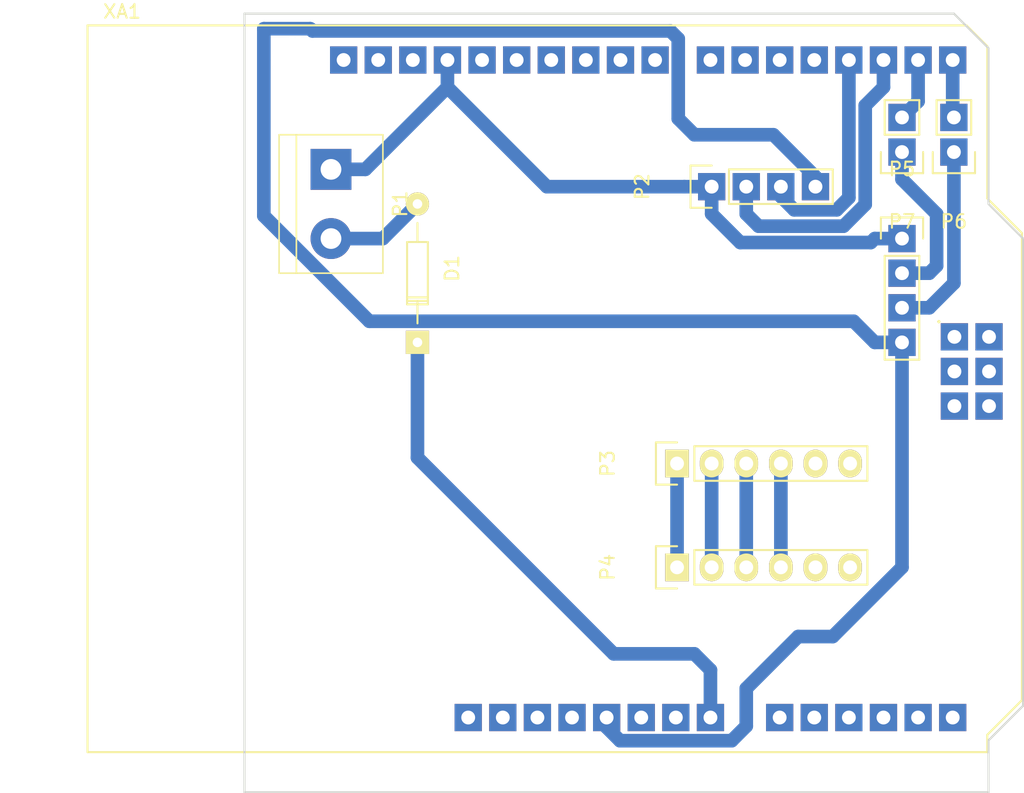
<source format=kicad_pcb>
(kicad_pcb (version 20171130) (host pcbnew "(5.1.4)-1")

  (general
    (thickness 1.6)
    (drawings 11)
    (tracks 71)
    (zones 0)
    (modules 9)
    (nets 48)
  )

  (page A4)
  (layers
    (0 F.Cu signal)
    (31 B.Cu signal)
    (32 B.Adhes user)
    (33 F.Adhes user)
    (34 B.Paste user)
    (35 F.Paste user)
    (36 B.SilkS user)
    (37 F.SilkS user)
    (38 B.Mask user)
    (39 F.Mask user)
    (40 Dwgs.User user)
    (41 Cmts.User user)
    (42 Eco1.User user)
    (43 Eco2.User user)
    (44 Edge.Cuts user)
    (45 Margin user)
    (46 B.CrtYd user)
    (47 F.CrtYd user)
    (48 B.Fab user)
    (49 F.Fab user)
  )

  (setup
    (last_trace_width 1)
    (user_trace_width 1)
    (trace_clearance 0.2)
    (zone_clearance 0.508)
    (zone_45_only no)
    (trace_min 0.2)
    (via_size 0.6)
    (via_drill 0.4)
    (via_min_size 0.4)
    (via_min_drill 0.3)
    (uvia_size 0.3)
    (uvia_drill 0.1)
    (uvias_allowed no)
    (uvia_min_size 0.2)
    (uvia_min_drill 0.1)
    (edge_width 0.15)
    (segment_width 0.2)
    (pcb_text_width 0.3)
    (pcb_text_size 1.5 1.5)
    (mod_edge_width 0.15)
    (mod_text_size 1 1)
    (mod_text_width 0.15)
    (pad_size 2 2)
    (pad_drill 1.016)
    (pad_to_mask_clearance 0.2)
    (aux_axis_origin 0 0)
    (visible_elements 7FFFFFFF)
    (pcbplotparams
      (layerselection 0x01030_ffffffff)
      (usegerberextensions true)
      (usegerberattributes false)
      (usegerberadvancedattributes false)
      (creategerberjobfile false)
      (excludeedgelayer true)
      (linewidth 0.100000)
      (plotframeref false)
      (viasonmask false)
      (mode 1)
      (useauxorigin false)
      (hpglpennumber 1)
      (hpglpenspeed 20)
      (hpglpendiameter 15.000000)
      (psnegative false)
      (psa4output false)
      (plotreference true)
      (plotvalue true)
      (plotinvisibletext false)
      (padsonsilk false)
      (subtractmaskfromsilk false)
      (outputformat 1)
      (mirror false)
      (drillshape 0)
      (scaleselection 1)
      (outputdirectory ""))
  )

  (net 0 "")
  (net 1 "Net-(D1-Pad2)")
  (net 2 Vin)
  (net 3 GND)
  (net 4 DT)
  (net 5 SCK)
  (net 6 VCC)
  (net 7 E+)
  (net 8 E-)
  (net 9 A+)
  (net 10 A-)
  (net 11 "Net-(P3-Pad5)")
  (net 12 "Net-(P3-Pad6)")
  (net 13 "Net-(P4-Pad5)")
  (net 14 "Net-(P4-Pad6)")
  (net 15 "Net-(P5-Pad2)")
  (net 16 "Net-(P5-Pad3)")
  (net 17 "Net-(P6-Pad2)")
  (net 18 "Net-(P7-Pad2)")
  (net 19 "Net-(XA1-PadRST2)")
  (net 20 "Net-(XA1-PadGND4)")
  (net 21 "Net-(XA1-PadMOSI)")
  (net 22 "Net-(XA1-PadSCK)")
  (net 23 "Net-(XA1-Pad5V2)")
  (net 24 "Net-(XA1-PadA0)")
  (net 25 "Net-(XA1-PadGND2)")
  (net 26 "Net-(XA1-Pad3V3)")
  (net 27 "Net-(XA1-PadRST1)")
  (net 28 "Net-(XA1-PadIORF)")
  (net 29 "Net-(XA1-PadD4)")
  (net 30 "Net-(XA1-PadD5)")
  (net 31 "Net-(XA1-PadD6)")
  (net 32 "Net-(XA1-PadD7)")
  (net 33 "Net-(XA1-PadD8)")
  (net 34 "Net-(XA1-PadD9)")
  (net 35 "Net-(XA1-PadD10)")
  (net 36 "Net-(XA1-PadSCL)")
  (net 37 "Net-(XA1-PadSDA)")
  (net 38 "Net-(XA1-PadAREF)")
  (net 39 "Net-(XA1-PadD13)")
  (net 40 "Net-(XA1-PadD12)")
  (net 41 "Net-(XA1-PadD11)")
  (net 42 "Net-(XA1-PadA1)")
  (net 43 "Net-(XA1-PadA2)")
  (net 44 "Net-(XA1-PadA3)")
  (net 45 "Net-(XA1-PadA4)")
  (net 46 "Net-(XA1-PadA5)")
  (net 47 "Net-(XA1-PadMISO)")

  (net_class Default "This is the default net class."
    (clearance 0.2)
    (trace_width 0.25)
    (via_dia 0.6)
    (via_drill 0.4)
    (uvia_dia 0.3)
    (uvia_drill 0.1)
    (add_net A+)
    (add_net A-)
    (add_net DT)
    (add_net E+)
    (add_net E-)
    (add_net GND)
    (add_net "Net-(D1-Pad2)")
    (add_net "Net-(P3-Pad5)")
    (add_net "Net-(P3-Pad6)")
    (add_net "Net-(P4-Pad5)")
    (add_net "Net-(P4-Pad6)")
    (add_net "Net-(P5-Pad2)")
    (add_net "Net-(P5-Pad3)")
    (add_net "Net-(P6-Pad2)")
    (add_net "Net-(P7-Pad2)")
    (add_net "Net-(XA1-Pad3V3)")
    (add_net "Net-(XA1-Pad5V2)")
    (add_net "Net-(XA1-PadA0)")
    (add_net "Net-(XA1-PadA1)")
    (add_net "Net-(XA1-PadA2)")
    (add_net "Net-(XA1-PadA3)")
    (add_net "Net-(XA1-PadA4)")
    (add_net "Net-(XA1-PadA5)")
    (add_net "Net-(XA1-PadAREF)")
    (add_net "Net-(XA1-PadD10)")
    (add_net "Net-(XA1-PadD11)")
    (add_net "Net-(XA1-PadD12)")
    (add_net "Net-(XA1-PadD13)")
    (add_net "Net-(XA1-PadD4)")
    (add_net "Net-(XA1-PadD5)")
    (add_net "Net-(XA1-PadD6)")
    (add_net "Net-(XA1-PadD7)")
    (add_net "Net-(XA1-PadD8)")
    (add_net "Net-(XA1-PadD9)")
    (add_net "Net-(XA1-PadGND2)")
    (add_net "Net-(XA1-PadGND4)")
    (add_net "Net-(XA1-PadIORF)")
    (add_net "Net-(XA1-PadMISO)")
    (add_net "Net-(XA1-PadMOSI)")
    (add_net "Net-(XA1-PadRST1)")
    (add_net "Net-(XA1-PadRST2)")
    (add_net "Net-(XA1-PadSCK)")
    (add_net "Net-(XA1-PadSCL)")
    (add_net "Net-(XA1-PadSDA)")
    (add_net SCK)
    (add_net VCC)
    (add_net Vin)
  )

  (module Arduino:Arduino_Uno_Shield (layer F.Cu) (tedit 5F7BF51E) (tstamp 5F7BF442)
    (at 148.5011 105.0036)
    (descr https://store.arduino.cc/arduino-uno-rev3)
    (path /5F7BD677)
    (fp_text reference XA1 (at 2.54 -54.356) (layer F.SilkS)
      (effects (font (size 1 1) (thickness 0.15)))
    )
    (fp_text value Arduino_Uno_Shield (at 15.494 -54.356) (layer F.Fab)
      (effects (font (size 1 1) (thickness 0.15)))
    )
    (fp_line (start 9.525 -32.385) (end -6.35 -32.385) (layer B.CrtYd) (width 0.15))
    (fp_line (start 9.525 -43.815) (end -6.35 -43.815) (layer B.CrtYd) (width 0.15))
    (fp_line (start 9.525 -43.815) (end 9.525 -32.385) (layer B.CrtYd) (width 0.15))
    (fp_line (start -6.35 -43.815) (end -6.35 -32.385) (layer B.CrtYd) (width 0.15))
    (fp_text user . (at 62.484 -32.004) (layer F.SilkS)
      (effects (font (size 1 1) (thickness 0.15)))
    )
    (fp_line (start 11.43 -12.065) (end 11.43 -3.175) (layer B.CrtYd) (width 0.15))
    (fp_line (start -1.905 -3.175) (end 11.43 -3.175) (layer B.CrtYd) (width 0.15))
    (fp_line (start -1.905 -12.065) (end -1.905 -3.175) (layer B.CrtYd) (width 0.15))
    (fp_line (start -1.905 -12.065) (end 11.43 -12.065) (layer B.CrtYd) (width 0.15))
    (fp_line (start 0 -53.34) (end 0 0) (layer F.SilkS) (width 0.15))
    (fp_line (start 66.04 -40.64) (end 66.04 -51.816) (layer F.SilkS) (width 0.15))
    (fp_line (start 68.58 -38.1) (end 66.04 -40.64) (layer F.SilkS) (width 0.15))
    (fp_line (start 68.58 -3.81) (end 68.58 -38.1) (layer F.SilkS) (width 0.15))
    (fp_line (start 66.04 -1.27) (end 68.58 -3.81) (layer F.SilkS) (width 0.15))
    (fp_line (start 66.04 0) (end 66.04 -1.27) (layer F.SilkS) (width 0.15))
    (fp_line (start 64.516 -53.34) (end 66.04 -51.816) (layer F.SilkS) (width 0.15))
    (fp_line (start 0 0) (end 66.04 0) (layer F.SilkS) (width 0.15))
    (fp_line (start 0 -53.34) (end 64.516 -53.34) (layer F.SilkS) (width 0.15))
    (pad RST2 thru_hole rect (at 63.627 -25.4) (size 2 2) (drill 1.016) (layers *.Cu *.Mask)
      (net 19 "Net-(XA1-PadRST2)"))
    (pad GND4 thru_hole rect (at 66.167 -25.4) (size 2 2) (drill 1.016) (layers *.Cu *.Mask)
      (net 20 "Net-(XA1-PadGND4)"))
    (pad MOSI thru_hole rect (at 66.167 -27.94) (size 2 2) (drill 1.016) (layers *.Cu *.Mask)
      (net 21 "Net-(XA1-PadMOSI)"))
    (pad SCK thru_hole rect (at 63.627 -27.94) (size 2 2) (drill 1.016) (layers *.Cu *.Mask)
      (net 22 "Net-(XA1-PadSCK)"))
    (pad 5V2 thru_hole rect (at 66.167 -30.48) (size 2 2) (drill 1.016) (layers *.Cu *.Mask)
      (net 23 "Net-(XA1-Pad5V2)"))
    (pad A0 thru_hole rect (at 50.8 -2.54) (size 2 2) (drill 1.016) (layers *.Cu *.Mask)
      (net 24 "Net-(XA1-PadA0)"))
    (pad VIN thru_hole rect (at 45.72 -2.54) (size 2 2) (drill 1.016) (layers *.Cu *.Mask)
      (net 2 Vin))
    (pad GND3 thru_hole rect (at 43.18 -2.54) (size 2 2) (drill 1.016) (layers *.Cu *.Mask)
      (net 3 GND))
    (pad GND2 thru_hole rect (at 40.64 -2.54) (size 2 2) (drill 1.016) (layers *.Cu *.Mask)
      (net 25 "Net-(XA1-PadGND2)"))
    (pad 5V1 thru_hole rect (at 38.1 -2.54) (size 2 2) (drill 1.016) (layers *.Cu *.Mask)
      (net 6 VCC))
    (pad 3V3 thru_hole rect (at 35.56 -2.54) (size 2 2) (drill 1.016) (layers *.Cu *.Mask)
      (net 26 "Net-(XA1-Pad3V3)"))
    (pad RST1 thru_hole rect (at 33.02 -2.54) (size 2 2) (drill 1.016) (layers *.Cu *.Mask)
      (net 27 "Net-(XA1-PadRST1)"))
    (pad IORF thru_hole rect (at 30.48 -2.54) (size 2 2) (drill 1.016) (layers *.Cu *.Mask)
      (net 28 "Net-(XA1-PadIORF)"))
    (pad D0 thru_hole rect (at 63.5 -50.8) (size 2 2) (drill 1.016) (layers *.Cu *.Mask)
      (net 17 "Net-(P6-Pad2)"))
    (pad D1 thru_hole rect (at 60.96 -50.8) (size 2 2) (drill 1.016) (layers *.Cu *.Mask)
      (net 18 "Net-(P7-Pad2)"))
    (pad D2 thru_hole rect (at 58.42 -50.8) (size 2 2) (drill 1.016) (layers *.Cu *.Mask)
      (net 4 DT))
    (pad D3 thru_hole rect (at 55.88 -50.8) (size 2 2) (drill 1.016) (layers *.Cu *.Mask)
      (net 5 SCK))
    (pad D4 thru_hole rect (at 53.34 -50.8) (size 2 2) (drill 1.016) (layers *.Cu *.Mask)
      (net 29 "Net-(XA1-PadD4)"))
    (pad D5 thru_hole rect (at 50.8 -50.8) (size 2 2) (drill 1.016) (layers *.Cu *.Mask)
      (net 30 "Net-(XA1-PadD5)"))
    (pad D6 thru_hole rect (at 48.26 -50.8) (size 2 2) (drill 1.016) (layers *.Cu *.Mask)
      (net 31 "Net-(XA1-PadD6)"))
    (pad D7 thru_hole rect (at 45.72 -50.8) (size 2 2) (drill 1.016) (layers *.Cu *.Mask)
      (net 32 "Net-(XA1-PadD7)"))
    (pad GND1 thru_hole rect (at 26.416 -50.8) (size 2 2) (drill 1.016) (layers *.Cu *.Mask)
      (net 3 GND))
    (pad D8 thru_hole rect (at 41.656 -50.8) (size 2 2) (drill 1.016) (layers *.Cu *.Mask)
      (net 33 "Net-(XA1-PadD8)"))
    (pad D9 thru_hole rect (at 39.116 -50.8) (size 2 2) (drill 1.016) (layers *.Cu *.Mask)
      (net 34 "Net-(XA1-PadD9)"))
    (pad D10 thru_hole rect (at 36.576 -50.8) (size 2 2) (drill 1.016) (layers *.Cu *.Mask)
      (net 35 "Net-(XA1-PadD10)"))
    (pad "" np_thru_hole circle (at 66.04 -7.62) (size 3.2 3.2) (drill 3.2) (layers *.Cu *.Mask))
    (pad "" np_thru_hole circle (at 66.04 -35.56) (size 3.2 3.2) (drill 3.2) (layers *.Cu *.Mask))
    (pad "" np_thru_hole circle (at 15.24 -50.8) (size 3.2 3.2) (drill 3.2) (layers *.Cu *.Mask))
    (pad "" np_thru_hole circle (at 13.97 -2.54) (size 3.2 3.2) (drill 3.2) (layers *.Cu *.Mask))
    (pad SCL thru_hole rect (at 18.796 -50.8) (size 2 2) (drill 1.016) (layers *.Cu *.Mask)
      (net 36 "Net-(XA1-PadSCL)"))
    (pad SDA thru_hole rect (at 21.336 -50.8) (size 2 2) (drill 1.016) (layers *.Cu *.Mask)
      (net 37 "Net-(XA1-PadSDA)"))
    (pad AREF thru_hole rect (at 23.876 -50.8) (size 2 2) (drill 1.016) (layers *.Cu *.Mask)
      (net 38 "Net-(XA1-PadAREF)"))
    (pad D13 thru_hole rect (at 28.956 -50.8) (size 2 2) (drill 1.016) (layers *.Cu *.Mask)
      (net 39 "Net-(XA1-PadD13)"))
    (pad D12 thru_hole rect (at 31.496 -50.8) (size 2 2) (drill 1.016) (layers *.Cu *.Mask)
      (net 40 "Net-(XA1-PadD12)"))
    (pad D11 thru_hole rect (at 34.036 -50.8) (size 2 2) (drill 1.016) (layers *.Cu *.Mask)
      (net 41 "Net-(XA1-PadD11)"))
    (pad "" thru_hole rect (at 27.94 -2.54) (size 2 2) (drill 1.016) (layers *.Cu *.Mask))
    (pad A1 thru_hole rect (at 53.34 -2.54) (size 2 2) (drill 1.016) (layers *.Cu *.Mask)
      (net 42 "Net-(XA1-PadA1)"))
    (pad A2 thru_hole rect (at 55.88 -2.54) (size 2 2) (drill 1.016) (layers *.Cu *.Mask)
      (net 43 "Net-(XA1-PadA2)"))
    (pad A3 thru_hole rect (at 58.42 -2.54) (size 2 2) (drill 1.016) (layers *.Cu *.Mask)
      (net 44 "Net-(XA1-PadA3)"))
    (pad A4 thru_hole rect (at 60.96 -2.54) (size 2 2) (drill 1.016) (layers *.Cu *.Mask)
      (net 45 "Net-(XA1-PadA4)"))
    (pad A5 thru_hole rect (at 63.5 -2.54) (size 2 2) (drill 1.016) (layers *.Cu *.Mask)
      (net 46 "Net-(XA1-PadA5)"))
    (pad MISO thru_hole rect (at 63.627 -30.48) (size 2 2) (drill 1.016) (layers *.Cu *.Mask)
      (net 47 "Net-(XA1-PadMISO)"))
  )

  (module Diodes_ThroughHole:Diode_DO-35_SOD27_Horizontal_RM10 (layer F.Cu) (tedit 552FFC30) (tstamp 5F7BF3DE)
    (at 172.72 74.93 90)
    (descr "Diode, DO-35,  SOD27, Horizontal, RM 10mm")
    (tags "Diode, DO-35, SOD27, Horizontal, RM 10mm, 1N4148,")
    (path /5F7BE42E)
    (fp_text reference D1 (at 5.43052 2.53746 90) (layer F.SilkS)
      (effects (font (size 1 1) (thickness 0.15)))
    )
    (fp_text value D (at 4.41452 -3.55854 90) (layer F.Fab)
      (effects (font (size 1 1) (thickness 0.15)))
    )
    (fp_line (start 7.36652 -0.00254) (end 8.76352 -0.00254) (layer F.SilkS) (width 0.15))
    (fp_line (start 2.92152 -0.00254) (end 1.39752 -0.00254) (layer F.SilkS) (width 0.15))
    (fp_line (start 3.30252 -0.76454) (end 3.30252 0.75946) (layer F.SilkS) (width 0.15))
    (fp_line (start 3.04852 -0.76454) (end 3.04852 0.75946) (layer F.SilkS) (width 0.15))
    (fp_line (start 2.79452 -0.00254) (end 2.79452 0.75946) (layer F.SilkS) (width 0.15))
    (fp_line (start 2.79452 0.75946) (end 7.36652 0.75946) (layer F.SilkS) (width 0.15))
    (fp_line (start 7.36652 0.75946) (end 7.36652 -0.76454) (layer F.SilkS) (width 0.15))
    (fp_line (start 7.36652 -0.76454) (end 2.79452 -0.76454) (layer F.SilkS) (width 0.15))
    (fp_line (start 2.79452 -0.76454) (end 2.79452 -0.00254) (layer F.SilkS) (width 0.15))
    (pad 2 thru_hole circle (at 10.16052 -0.00254 270) (size 1.69926 1.69926) (drill 0.70104) (layers *.Cu *.Mask F.SilkS)
      (net 1 "Net-(D1-Pad2)"))
    (pad 1 thru_hole rect (at 0.00052 -0.00254 270) (size 1.69926 1.69926) (drill 0.70104) (layers *.Cu *.Mask F.SilkS)
      (net 2 Vin))
    (model Diodes_ThroughHole.3dshapes/Diode_DO-35_SOD27_Horizontal_RM10.wrl
      (offset (xyz 5.079999923706055 0 0))
      (scale (xyz 0.4 0.4 0.4))
      (rotate (xyz 0 0 180))
    )
  )

  (module Pin_Headers:Pin_Header_Straight_1x04 (layer F.Cu) (tedit 0) (tstamp 5F7BF3EC)
    (at 194.31 63.5 90)
    (descr "Through hole pin header")
    (tags "pin header")
    (path /5F7BD9CA)
    (fp_text reference P2 (at 0 -5.1 270) (layer F.SilkS)
      (effects (font (size 1 1) (thickness 0.15)))
    )
    (fp_text value CONN_01X04 (at 0 -3.1 270) (layer F.Fab)
      (effects (font (size 1 1) (thickness 0.15)))
    )
    (fp_line (start -1.75 -1.75) (end -1.75 9.4) (layer F.CrtYd) (width 0.05))
    (fp_line (start 1.75 -1.75) (end 1.75 9.4) (layer F.CrtYd) (width 0.05))
    (fp_line (start -1.75 -1.75) (end 1.75 -1.75) (layer F.CrtYd) (width 0.05))
    (fp_line (start -1.75 9.4) (end 1.75 9.4) (layer F.CrtYd) (width 0.05))
    (fp_line (start -1.27 1.27) (end -1.27 8.89) (layer F.SilkS) (width 0.15))
    (fp_line (start 1.27 1.27) (end 1.27 8.89) (layer F.SilkS) (width 0.15))
    (fp_line (start 1.55 -1.55) (end 1.55 0) (layer F.SilkS) (width 0.15))
    (fp_line (start -1.27 8.89) (end 1.27 8.89) (layer F.SilkS) (width 0.15))
    (fp_line (start 1.27 1.27) (end -1.27 1.27) (layer F.SilkS) (width 0.15))
    (fp_line (start -1.55 0) (end -1.55 -1.55) (layer F.SilkS) (width 0.15))
    (fp_line (start -1.55 -1.55) (end 1.55 -1.55) (layer F.SilkS) (width 0.15))
    (pad 1 thru_hole rect (at 0 0 90) (size 2 2) (drill 1.016) (layers *.Cu *.Mask)
      (net 3 GND))
    (pad 2 thru_hole rect (at 0 2.54 90) (size 2 2) (drill 1.016) (layers *.Cu *.Mask)
      (net 4 DT))
    (pad 3 thru_hole rect (at 0 5.08 90) (size 2 2) (drill 1.016) (layers *.Cu *.Mask)
      (net 5 SCK))
    (pad 4 thru_hole rect (at 0 7.62 90) (size 2 2) (drill 1.016) (layers *.Cu *.Mask)
      (net 6 VCC))
    (model Pin_Headers.3dshapes/Pin_Header_Straight_1x04.wrl
      (offset (xyz 0 -3.809999942779541 0))
      (scale (xyz 1 1 1))
      (rotate (xyz 0 0 90))
    )
  )

  (module Pin_Headers:Pin_Header_Straight_1x06 (layer F.Cu) (tedit 0) (tstamp 5F7C20A5)
    (at 191.77 83.82 90)
    (descr "Through hole pin header")
    (tags "pin header")
    (path /5F7BDC56)
    (fp_text reference P3 (at 0 -5.1 90) (layer F.SilkS)
      (effects (font (size 1 1) (thickness 0.15)))
    )
    (fp_text value CONN_01X06 (at 0 -3.1 90) (layer F.Fab)
      (effects (font (size 1 1) (thickness 0.15)))
    )
    (fp_line (start -1.75 -1.75) (end -1.75 14.45) (layer F.CrtYd) (width 0.05))
    (fp_line (start 1.75 -1.75) (end 1.75 14.45) (layer F.CrtYd) (width 0.05))
    (fp_line (start -1.75 -1.75) (end 1.75 -1.75) (layer F.CrtYd) (width 0.05))
    (fp_line (start -1.75 14.45) (end 1.75 14.45) (layer F.CrtYd) (width 0.05))
    (fp_line (start 1.27 1.27) (end 1.27 13.97) (layer F.SilkS) (width 0.15))
    (fp_line (start 1.27 13.97) (end -1.27 13.97) (layer F.SilkS) (width 0.15))
    (fp_line (start -1.27 13.97) (end -1.27 1.27) (layer F.SilkS) (width 0.15))
    (fp_line (start 1.55 -1.55) (end 1.55 0) (layer F.SilkS) (width 0.15))
    (fp_line (start 1.27 1.27) (end -1.27 1.27) (layer F.SilkS) (width 0.15))
    (fp_line (start -1.55 0) (end -1.55 -1.55) (layer F.SilkS) (width 0.15))
    (fp_line (start -1.55 -1.55) (end 1.55 -1.55) (layer F.SilkS) (width 0.15))
    (pad 1 thru_hole rect (at 0 0 90) (size 2.032 1.7272) (drill 1.016) (layers *.Cu *.Mask F.SilkS)
      (net 7 E+))
    (pad 2 thru_hole oval (at 0 2.54 90) (size 2.032 1.7272) (drill 1.016) (layers *.Cu *.Mask F.SilkS)
      (net 8 E-))
    (pad 3 thru_hole oval (at 0 5.08 90) (size 2.032 1.7272) (drill 1.016) (layers *.Cu *.Mask F.SilkS)
      (net 9 A+))
    (pad 4 thru_hole oval (at 0 7.62 90) (size 2.032 1.7272) (drill 1.016) (layers *.Cu *.Mask F.SilkS)
      (net 10 A-))
    (pad 5 thru_hole oval (at 0 10.16 90) (size 2.032 1.7272) (drill 1.016) (layers *.Cu *.Mask F.SilkS)
      (net 11 "Net-(P3-Pad5)"))
    (pad 6 thru_hole oval (at 0 12.7 90) (size 2.032 1.7272) (drill 1.016) (layers *.Cu *.Mask F.SilkS)
      (net 12 "Net-(P3-Pad6)"))
    (model Pin_Headers.3dshapes/Pin_Header_Straight_1x06.wrl
      (offset (xyz 0 -6.349999904632568 0))
      (scale (xyz 1 1 1))
      (rotate (xyz 0 0 90))
    )
  )

  (module Pin_Headers:Pin_Header_Straight_1x06 (layer F.Cu) (tedit 0) (tstamp 5F7BF400)
    (at 191.77 91.44 90)
    (descr "Through hole pin header")
    (tags "pin header")
    (path /5F7BDE2E)
    (fp_text reference P4 (at 0 -5.1 90) (layer F.SilkS)
      (effects (font (size 1 1) (thickness 0.15)))
    )
    (fp_text value CONN_01X06 (at 0 -3.1 90) (layer F.Fab)
      (effects (font (size 1 1) (thickness 0.15)))
    )
    (fp_line (start -1.75 -1.75) (end -1.75 14.45) (layer F.CrtYd) (width 0.05))
    (fp_line (start 1.75 -1.75) (end 1.75 14.45) (layer F.CrtYd) (width 0.05))
    (fp_line (start -1.75 -1.75) (end 1.75 -1.75) (layer F.CrtYd) (width 0.05))
    (fp_line (start -1.75 14.45) (end 1.75 14.45) (layer F.CrtYd) (width 0.05))
    (fp_line (start 1.27 1.27) (end 1.27 13.97) (layer F.SilkS) (width 0.15))
    (fp_line (start 1.27 13.97) (end -1.27 13.97) (layer F.SilkS) (width 0.15))
    (fp_line (start -1.27 13.97) (end -1.27 1.27) (layer F.SilkS) (width 0.15))
    (fp_line (start 1.55 -1.55) (end 1.55 0) (layer F.SilkS) (width 0.15))
    (fp_line (start 1.27 1.27) (end -1.27 1.27) (layer F.SilkS) (width 0.15))
    (fp_line (start -1.55 0) (end -1.55 -1.55) (layer F.SilkS) (width 0.15))
    (fp_line (start -1.55 -1.55) (end 1.55 -1.55) (layer F.SilkS) (width 0.15))
    (pad 1 thru_hole rect (at 0 0 90) (size 2.032 1.7272) (drill 1.016) (layers *.Cu *.Mask F.SilkS)
      (net 7 E+))
    (pad 2 thru_hole oval (at 0 2.54 90) (size 2.032 1.7272) (drill 1.016) (layers *.Cu *.Mask F.SilkS)
      (net 8 E-))
    (pad 3 thru_hole oval (at 0 5.08 90) (size 2.032 1.7272) (drill 1.016) (layers *.Cu *.Mask F.SilkS)
      (net 9 A+))
    (pad 4 thru_hole oval (at 0 7.62 90) (size 2.032 1.7272) (drill 1.016) (layers *.Cu *.Mask F.SilkS)
      (net 10 A-))
    (pad 5 thru_hole oval (at 0 10.16 90) (size 2.032 1.7272) (drill 1.016) (layers *.Cu *.Mask F.SilkS)
      (net 13 "Net-(P4-Pad5)"))
    (pad 6 thru_hole oval (at 0 12.7 90) (size 2.032 1.7272) (drill 1.016) (layers *.Cu *.Mask F.SilkS)
      (net 14 "Net-(P4-Pad6)"))
    (model Pin_Headers.3dshapes/Pin_Header_Straight_1x06.wrl
      (offset (xyz 0 -6.349999904632568 0))
      (scale (xyz 1 1 1))
      (rotate (xyz 0 0 90))
    )
  )

  (module Pin_Headers:Pin_Header_Straight_1x04 (layer F.Cu) (tedit 0) (tstamp 5F7BF408)
    (at 208.28 67.31)
    (descr "Through hole pin header")
    (tags "pin header")
    (path /5F7BE99E)
    (fp_text reference P5 (at 0 -5.1) (layer F.SilkS)
      (effects (font (size 1 1) (thickness 0.15)))
    )
    (fp_text value CONN_01X04 (at 0 -3.1) (layer F.Fab)
      (effects (font (size 1 1) (thickness 0.15)))
    )
    (fp_line (start -1.75 -1.75) (end -1.75 9.4) (layer F.CrtYd) (width 0.05))
    (fp_line (start 1.75 -1.75) (end 1.75 9.4) (layer F.CrtYd) (width 0.05))
    (fp_line (start -1.75 -1.75) (end 1.75 -1.75) (layer F.CrtYd) (width 0.05))
    (fp_line (start -1.75 9.4) (end 1.75 9.4) (layer F.CrtYd) (width 0.05))
    (fp_line (start -1.27 1.27) (end -1.27 8.89) (layer F.SilkS) (width 0.15))
    (fp_line (start 1.27 1.27) (end 1.27 8.89) (layer F.SilkS) (width 0.15))
    (fp_line (start 1.55 -1.55) (end 1.55 0) (layer F.SilkS) (width 0.15))
    (fp_line (start -1.27 8.89) (end 1.27 8.89) (layer F.SilkS) (width 0.15))
    (fp_line (start 1.27 1.27) (end -1.27 1.27) (layer F.SilkS) (width 0.15))
    (fp_line (start -1.55 0) (end -1.55 -1.55) (layer F.SilkS) (width 0.15))
    (fp_line (start -1.55 -1.55) (end 1.55 -1.55) (layer F.SilkS) (width 0.15))
    (pad 1 thru_hole rect (at 0 0) (size 2 2) (drill 1.016) (layers *.Cu *.Mask)
      (net 3 GND))
    (pad 2 thru_hole rect (at 0 2.54) (size 2 2) (drill 1.016) (layers *.Cu *.Mask)
      (net 15 "Net-(P5-Pad2)"))
    (pad 3 thru_hole rect (at 0 5.08) (size 2 2) (drill 1.016) (layers *.Cu *.Mask)
      (net 16 "Net-(P5-Pad3)"))
    (pad 4 thru_hole rect (at 0 7.62) (size 2 2) (drill 1.016) (layers *.Cu *.Mask)
      (net 6 VCC))
    (model Pin_Headers.3dshapes/Pin_Header_Straight_1x04.wrl
      (offset (xyz 0 -3.809999942779541 0))
      (scale (xyz 1 1 1))
      (rotate (xyz 0 0 90))
    )
  )

  (module Pin_Headers:Pin_Header_Straight_1x02 (layer F.Cu) (tedit 54EA090C) (tstamp 5F7BF40E)
    (at 212.09 60.96 180)
    (descr "Through hole pin header")
    (tags "pin header")
    (path /5F7BEAF1)
    (fp_text reference P6 (at 0 -5.1 180) (layer F.SilkS)
      (effects (font (size 1 1) (thickness 0.15)))
    )
    (fp_text value CONN_01X02 (at 0 -3.1 180) (layer F.Fab)
      (effects (font (size 1 1) (thickness 0.15)))
    )
    (fp_line (start 1.27 1.27) (end 1.27 3.81) (layer F.SilkS) (width 0.15))
    (fp_line (start 1.55 -1.55) (end 1.55 0) (layer F.SilkS) (width 0.15))
    (fp_line (start -1.75 -1.75) (end -1.75 4.3) (layer F.CrtYd) (width 0.05))
    (fp_line (start 1.75 -1.75) (end 1.75 4.3) (layer F.CrtYd) (width 0.05))
    (fp_line (start -1.75 -1.75) (end 1.75 -1.75) (layer F.CrtYd) (width 0.05))
    (fp_line (start -1.75 4.3) (end 1.75 4.3) (layer F.CrtYd) (width 0.05))
    (fp_line (start 1.27 1.27) (end -1.27 1.27) (layer F.SilkS) (width 0.15))
    (fp_line (start -1.55 0) (end -1.55 -1.55) (layer F.SilkS) (width 0.15))
    (fp_line (start -1.55 -1.55) (end 1.55 -1.55) (layer F.SilkS) (width 0.15))
    (fp_line (start -1.27 1.27) (end -1.27 3.81) (layer F.SilkS) (width 0.15))
    (fp_line (start -1.27 3.81) (end 1.27 3.81) (layer F.SilkS) (width 0.15))
    (pad 1 thru_hole rect (at 0 0 180) (size 2 2) (drill 1.016) (layers *.Cu *.Mask)
      (net 16 "Net-(P5-Pad3)"))
    (pad 2 thru_hole rect (at 0 2.54 180) (size 2 2) (drill 1.016) (layers *.Cu *.Mask)
      (net 17 "Net-(P6-Pad2)"))
    (model Pin_Headers.3dshapes/Pin_Header_Straight_1x02.wrl
      (offset (xyz 0 -1.269999980926514 0))
      (scale (xyz 1 1 1))
      (rotate (xyz 0 0 90))
    )
  )

  (module Pin_Headers:Pin_Header_Straight_1x02 (layer F.Cu) (tedit 54EA090C) (tstamp 5F7BF414)
    (at 208.28 60.96 180)
    (descr "Through hole pin header")
    (tags "pin header")
    (path /5F7BED51)
    (fp_text reference P7 (at 0 -5.1 180) (layer F.SilkS)
      (effects (font (size 1 1) (thickness 0.15)))
    )
    (fp_text value CONN_01X02 (at 0 -3.1 180) (layer F.Fab)
      (effects (font (size 1 1) (thickness 0.15)))
    )
    (fp_line (start 1.27 1.27) (end 1.27 3.81) (layer F.SilkS) (width 0.15))
    (fp_line (start 1.55 -1.55) (end 1.55 0) (layer F.SilkS) (width 0.15))
    (fp_line (start -1.75 -1.75) (end -1.75 4.3) (layer F.CrtYd) (width 0.05))
    (fp_line (start 1.75 -1.75) (end 1.75 4.3) (layer F.CrtYd) (width 0.05))
    (fp_line (start -1.75 -1.75) (end 1.75 -1.75) (layer F.CrtYd) (width 0.05))
    (fp_line (start -1.75 4.3) (end 1.75 4.3) (layer F.CrtYd) (width 0.05))
    (fp_line (start 1.27 1.27) (end -1.27 1.27) (layer F.SilkS) (width 0.15))
    (fp_line (start -1.55 0) (end -1.55 -1.55) (layer F.SilkS) (width 0.15))
    (fp_line (start -1.55 -1.55) (end 1.55 -1.55) (layer F.SilkS) (width 0.15))
    (fp_line (start -1.27 1.27) (end -1.27 3.81) (layer F.SilkS) (width 0.15))
    (fp_line (start -1.27 3.81) (end 1.27 3.81) (layer F.SilkS) (width 0.15))
    (pad 1 thru_hole rect (at 0 0 180) (size 2 2) (drill 1.016) (layers *.Cu *.Mask)
      (net 15 "Net-(P5-Pad2)"))
    (pad 2 thru_hole rect (at 0 2.54 180) (size 2 2) (drill 1.016) (layers *.Cu *.Mask)
      (net 18 "Net-(P7-Pad2)"))
    (model Pin_Headers.3dshapes/Pin_Header_Straight_1x02.wrl
      (offset (xyz 0 -1.269999980926514 0))
      (scale (xyz 1 1 1))
      (rotate (xyz 0 0 90))
    )
  )

  (module TerminalBlock:TerminalBlock_bornier-2_P5.08mm (layer F.Cu) (tedit 59FF03AB) (tstamp 5F7C74E4)
    (at 166.37 62.23 270)
    (descr "simple 2-pin terminal block, pitch 5.08mm, revamped version of bornier2")
    (tags "terminal block bornier2")
    (path /5F7BE380)
    (fp_text reference P1 (at 2.54 -5.08 90) (layer F.SilkS)
      (effects (font (size 1 1) (thickness 0.15)))
    )
    (fp_text value CONN_01X02 (at 2.54 5.08 90) (layer F.Fab)
      (effects (font (size 1 1) (thickness 0.15)))
    )
    (fp_text user %R (at 2.54 0 90) (layer F.Fab)
      (effects (font (size 1 1) (thickness 0.15)))
    )
    (fp_line (start -2.41 2.55) (end 7.49 2.55) (layer F.Fab) (width 0.1))
    (fp_line (start -2.46 -3.75) (end -2.46 3.75) (layer F.Fab) (width 0.1))
    (fp_line (start -2.46 3.75) (end 7.54 3.75) (layer F.Fab) (width 0.1))
    (fp_line (start 7.54 3.75) (end 7.54 -3.75) (layer F.Fab) (width 0.1))
    (fp_line (start 7.54 -3.75) (end -2.46 -3.75) (layer F.Fab) (width 0.1))
    (fp_line (start 7.62 2.54) (end -2.54 2.54) (layer F.SilkS) (width 0.12))
    (fp_line (start 7.62 3.81) (end 7.62 -3.81) (layer F.SilkS) (width 0.12))
    (fp_line (start 7.62 -3.81) (end -2.54 -3.81) (layer F.SilkS) (width 0.12))
    (fp_line (start -2.54 -3.81) (end -2.54 3.81) (layer F.SilkS) (width 0.12))
    (fp_line (start -2.54 3.81) (end 7.62 3.81) (layer F.SilkS) (width 0.12))
    (fp_line (start -2.71 -4) (end 7.79 -4) (layer F.CrtYd) (width 0.05))
    (fp_line (start -2.71 -4) (end -2.71 4) (layer F.CrtYd) (width 0.05))
    (fp_line (start 7.79 4) (end 7.79 -4) (layer F.CrtYd) (width 0.05))
    (fp_line (start 7.79 4) (end -2.71 4) (layer F.CrtYd) (width 0.05))
    (pad 1 thru_hole rect (at 0 0 270) (size 3 3) (drill 1.52) (layers *.Cu *.Mask)
      (net 3 GND))
    (pad 2 thru_hole circle (at 5.08 0 270) (size 3 3) (drill 1.52) (layers *.Cu *.Mask)
      (net 1 "Net-(D1-Pad2)"))
    (model ${KISYS3DMOD}/TerminalBlock.3dshapes/TerminalBlock_bornier-2_P5.08mm.wrl
      (offset (xyz 2.539999961853027 0 0))
      (scale (xyz 1 1 1))
      (rotate (xyz 0 0 0))
    )
  )

  (gr_line (start 160.02 50.8) (end 160.02 52.07) (layer Edge.Cuts) (width 0.15) (tstamp 5F7C20E5))
  (gr_line (start 212.09 50.8) (end 160.02 50.8) (layer Edge.Cuts) (width 0.15))
  (gr_line (start 213.36 52.07) (end 212.09 50.8) (layer Edge.Cuts) (width 0.15))
  (gr_line (start 214.63 53.34) (end 213.36 52.07) (layer Edge.Cuts) (width 0.15))
  (gr_line (start 214.63 64.77) (end 214.63 53.34) (layer Edge.Cuts) (width 0.15))
  (gr_line (start 217.17 67.31) (end 214.63 64.77) (layer Edge.Cuts) (width 0.15))
  (gr_line (start 217.17 101.6) (end 217.17 67.31) (layer Edge.Cuts) (width 0.15))
  (gr_line (start 214.63 104.14) (end 217.17 101.6) (layer Edge.Cuts) (width 0.15))
  (gr_line (start 214.63 107.95) (end 214.63 104.14) (layer Edge.Cuts) (width 0.15))
  (gr_line (start 160.02 107.95) (end 214.63 107.95) (layer Edge.Cuts) (width 0.15))
  (gr_line (start 160.02 52.07) (end 160.02 107.95) (layer Edge.Cuts) (width 0.15))

  (segment (start 172.71694 64.77) (end 172.71746 64.76948) (width 1) (layer B.Cu) (net 1))
  (segment (start 170.17694 67.31) (end 172.71746 64.76948) (width 1) (layer B.Cu) (net 1))
  (segment (start 166.37 67.31) (end 170.17694 67.31) (width 1) (layer B.Cu) (net 1))
  (segment (start 172.71746 74.92948) (end 172.71746 83.39039) (width 1) (layer B.Cu) (net 2))
  (segment (start 172.71746 83.39039) (end 187.11707 97.79) (width 1) (layer B.Cu) (net 2))
  (segment (start 187.11707 97.79) (end 193.04 97.79) (width 1) (layer B.Cu) (net 2))
  (segment (start 194.2211 98.9711) (end 194.2211 102.4636) (width 1) (layer B.Cu) (net 2))
  (segment (start 193.04 97.79) (end 194.2211 98.9711) (width 1) (layer B.Cu) (net 2))
  (segment (start 174.9171 56.2036) (end 168.8907 62.23) (width 1) (layer B.Cu) (net 3))
  (segment (start 194.31 65.5) (end 194.31 63.5) (width 1) (layer B.Cu) (net 3))
  (segment (start 196.410021 67.600021) (end 194.31 65.5) (width 1) (layer B.Cu) (net 3))
  (segment (start 205.989979 67.600021) (end 196.410021 67.600021) (width 1) (layer B.Cu) (net 3))
  (segment (start 206.28 67.31) (end 205.989979 67.600021) (width 1) (layer B.Cu) (net 3))
  (segment (start 208.28 67.31) (end 206.28 67.31) (width 1) (layer B.Cu) (net 3))
  (segment (start 192.31 63.5) (end 194.31 63.5) (width 1) (layer B.Cu) (net 3))
  (segment (start 182.2135 63.5) (end 192.31 63.5) (width 1) (layer B.Cu) (net 3))
  (segment (start 174.9171 56.2036) (end 182.2135 63.5) (width 1) (layer B.Cu) (net 3))
  (segment (start 174.9171 54.2036) (end 174.9171 56.2036) (width 1) (layer B.Cu) (net 3))
  (segment (start 166.37 62.23) (end 168.8907 62.23) (width 1) (layer B.Cu) (net 3))
  (segment (start 197.750011 66.400011) (end 196.85 65.5) (width 1) (layer B.Cu) (net 4))
  (segment (start 203.987061 66.400011) (end 197.750011 66.400011) (width 1) (layer B.Cu) (net 4))
  (segment (start 205.581109 64.805963) (end 203.987061 66.400011) (width 1) (layer B.Cu) (net 4))
  (segment (start 196.85 65.5) (end 196.85 63.5) (width 1) (layer B.Cu) (net 4))
  (segment (start 205.58111 57.54359) (end 205.581109 64.805963) (width 1) (layer B.Cu) (net 4))
  (segment (start 206.9211 56.2036) (end 205.58111 57.54359) (width 1) (layer B.Cu) (net 4))
  (segment (start 206.9211 54.2036) (end 206.9211 56.2036) (width 1) (layer B.Cu) (net 4))
  (segment (start 199.39 64.220002) (end 199.39 63.5) (width 1) (layer B.Cu) (net 5))
  (segment (start 200.369999 65.200001) (end 199.39 64.220002) (width 1) (layer B.Cu) (net 5))
  (segment (start 203.490001 65.200001) (end 200.369999 65.200001) (width 1) (layer B.Cu) (net 5))
  (segment (start 204.3811 64.308902) (end 203.490001 65.200001) (width 1) (layer B.Cu) (net 5))
  (segment (start 204.3811 54.2036) (end 204.3811 64.308902) (width 1) (layer B.Cu) (net 5))
  (segment (start 186.6011 103.183602) (end 186.6011 102.4636) (width 1) (layer B.Cu) (net 6))
  (segment (start 187.581099 104.163601) (end 186.6011 103.183602) (width 1) (layer B.Cu) (net 6))
  (segment (start 208.28 74.93) (end 208.28 91.44) (width 1) (layer B.Cu) (net 6))
  (segment (start 208.28 91.44) (end 203.2 96.52) (width 1) (layer B.Cu) (net 6))
  (segment (start 195.781101 104.163601) (end 187.581099 104.163601) (width 1) (layer B.Cu) (net 6))
  (segment (start 203.2 96.52) (end 200.66 96.52) (width 1) (layer B.Cu) (net 6))
  (segment (start 200.66 96.52) (end 196.85 100.33) (width 1) (layer B.Cu) (net 6))
  (segment (start 196.85 100.33) (end 196.85 103.094702) (width 1) (layer B.Cu) (net 6))
  (segment (start 196.85 103.094702) (end 195.781101 104.163601) (width 1) (layer B.Cu) (net 6))
  (segment (start 201.93 62.779998) (end 198.840002 59.69) (width 1) (layer B.Cu) (net 6))
  (segment (start 201.93 63.5) (end 201.93 62.779998) (width 1) (layer B.Cu) (net 6))
  (segment (start 198.840002 59.69) (end 193.04 59.69) (width 1) (layer B.Cu) (net 6))
  (segment (start 191.857101 52.643599) (end 191.283502 52.07) (width 1) (layer B.Cu) (net 6))
  (segment (start 193.04 59.69) (end 191.857101 58.507101) (width 1) (layer B.Cu) (net 6))
  (segment (start 191.857101 58.507101) (end 191.857101 52.643599) (width 1) (layer B.Cu) (net 6))
  (segment (start 204.729849 73.379849) (end 206.28 74.93) (width 1) (layer B.Cu) (net 6))
  (segment (start 206.28 74.93) (end 208.28 74.93) (width 1) (layer B.Cu) (net 6))
  (segment (start 169.183847 73.379849) (end 204.729849 73.379849) (width 1) (layer B.Cu) (net 6))
  (segment (start 161.441099 65.637101) (end 169.183847 73.379849) (width 1) (layer B.Cu) (net 6))
  (segment (start 161.441099 51.918901) (end 161.441099 65.637101) (width 1) (layer B.Cu) (net 6))
  (segment (start 161.456401 51.903599) (end 161.441099 51.918901) (width 1) (layer B.Cu) (net 6))
  (segment (start 164.845101 51.903599) (end 161.456401 51.903599) (width 1) (layer B.Cu) (net 6))
  (segment (start 165.011502 52.07) (end 164.845101 51.903599) (width 1) (layer B.Cu) (net 6))
  (segment (start 191.283502 52.07) (end 165.011502 52.07) (width 1) (layer B.Cu) (net 6))
  (segment (start 191.77 83.82) (end 191.77 91.44) (width 1) (layer B.Cu) (net 7))
  (segment (start 194.31 83.82) (end 194.31 91.44) (width 1) (layer B.Cu) (net 8))
  (segment (start 196.85 83.82) (end 196.85 91.44) (width 1) (layer B.Cu) (net 9))
  (segment (start 199.39 83.82) (end 199.39 91.44) (width 1) (layer B.Cu) (net 10))
  (segment (start 210.28 69.85) (end 208.28 69.85) (width 1) (layer B.Cu) (net 15))
  (segment (start 210.82 69.31) (end 210.28 69.85) (width 1) (layer B.Cu) (net 15))
  (segment (start 210.82 65.5) (end 210.82 69.31) (width 1) (layer B.Cu) (net 15))
  (segment (start 208.28 62.96) (end 210.82 65.5) (width 1) (layer B.Cu) (net 15))
  (segment (start 208.28 60.96) (end 208.28 62.96) (width 1) (layer B.Cu) (net 15))
  (segment (start 210.28 72.39) (end 208.28 72.39) (width 1) (layer B.Cu) (net 16))
  (segment (start 212.09 70.58) (end 210.28 72.39) (width 1) (layer B.Cu) (net 16))
  (segment (start 212.09 60.96) (end 212.09 70.58) (width 1) (layer B.Cu) (net 16))
  (segment (start 212.0011 58.3311) (end 212.09 58.42) (width 1) (layer B.Cu) (net 17))
  (segment (start 212.0011 54.2036) (end 212.0011 58.3311) (width 1) (layer B.Cu) (net 17))
  (segment (start 209.4611 57.2389) (end 208.28 58.42) (width 1) (layer B.Cu) (net 18))
  (segment (start 209.4611 54.2036) (end 209.4611 57.2389) (width 1) (layer B.Cu) (net 18))

)

</source>
